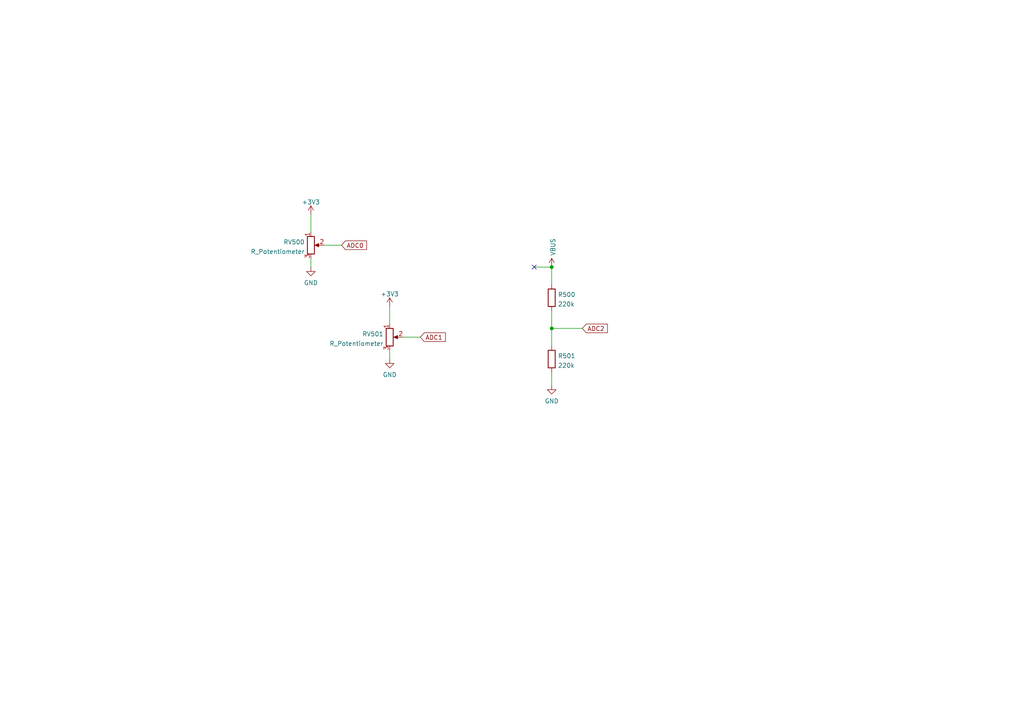
<source format=kicad_sch>
(kicad_sch (version 20211123) (generator eeschema)
  (paper "A4")
  (lib_symbols
    (symbol "Device:R" (pin_numbers hide) (pin_names (offset 0))
      (property "Reference" "R" (at 2.032 0 90))
      (property "Value" "R" (at 0 0 90))
      (symbol "R_0_1"
        (rectangle (start -1.016 -2.54) (end 1.016 2.54) (stroke (width 0.254)))
      )
      (symbol "R_1_1"
        (pin passive line (at 0 3.81 270) (length 1.27) (name "~") (number "1"))
        (pin passive line (at 0 -3.81 90) (length 1.27) (name "~") (number "2"))
      )
    )
    (symbol "Device:R_Potentiometer" (pin_names (offset 1.016) hide)
      (property "Reference" "RV" (at -4.445 0 90))
      (property "Value" "R_Potentiometer" (at -2.54 0 90))
      (symbol "R_Potentiometer_0_1"
        (polyline (pts (xy 2.54 0) (xy 1.524 0)))
        (polyline (pts (xy 1.143 0) (xy 2.286 0.508) (xy 2.286 -0.508) (xy 1.143 0)) (fill (type outline)))
        (rectangle (start 1.016 2.54) (end -1.016 -2.54) (stroke (width 0.254)))
      )
      (symbol "R_Potentiometer_1_1"
        (pin passive line (at 0 3.81 270) (length 1.27) (name "1") (number "1"))
        (pin passive line (at 3.81 0 180) (length 1.27) (name "2") (number "2"))
        (pin passive line (at 0 -3.81 90) (length 1.27) (name "3") (number "3"))
      )
    )
    (symbol "power:+3V3" (power) (pin_names (offset 0))
      (property "Value" "+3V3" (at 0 3.556 0))
      (symbol "+3V3_0_1"
        (polyline (pts (xy -0.762 1.27) (xy 0 2.54)))
        (polyline (pts (xy 0 0) (xy 0 2.54)))
        (polyline (pts (xy 0 2.54) (xy 0.762 1.27)))
      )
      (symbol "+3V3_1_1"
        (pin power_in line (at 0 0 90) (length 0) hide (name "+3V3") (number "1"))
      )
    )
    (symbol "power:GND" (power) (pin_names (offset 0))
      (property "Value" "GND" (at 0 -3.81 0))
      (symbol "GND_0_1"
        (polyline (pts (xy 0 0) (xy 0 -1.27) (xy 1.27 -1.27) (xy 0 -2.54) (xy -1.27 -1.27) (xy 0 -1.27)))
      )
      (symbol "GND_1_1"
        (pin power_in line (at 0 0 270) (length 0) hide (name "GND") (number "1"))
      )
    )
    (symbol "power:VBUS" (power) (pin_names (offset 0))
      (property "Value" "VBUS" (at 0 3.81 0))
      (symbol "VBUS_0_1"
        (polyline (pts (xy -0.762 1.27) (xy 0 2.54)))
        (polyline (pts (xy 0 0) (xy 0 2.54)))
        (polyline (pts (xy 0 2.54) (xy 0.762 1.27)))
      )
      (symbol "VBUS_1_1"
        (pin power_in line (at 0 0 90) (length 0) hide (name "VBUS") (number "1"))
      )
    )
  )
  (junction (at 160.02 95.25))
  (junction (at 160.02 77.47))
  (no_connect (at 154.94 77.47))
  (wire (pts (xy 160.02 95.25) (xy 160.02 100.33)))
  (wire (pts (xy 113.03 101.6) (xy 113.03 104.14)))
  (wire (pts (xy 154.94 77.47) (xy 160.02 77.47)))
  (wire (pts (xy 113.03 88.9) (xy 113.03 93.98)))
  (wire (pts (xy 116.84 97.79) (xy 121.92 97.79)))
  (wire (pts (xy 160.02 95.25) (xy 160.02 90.17)))
  (wire (pts (xy 168.91 95.25) (xy 160.02 95.25)))
  (wire (pts (xy 90.17 62.23) (xy 90.17 67.31)))
  (wire (pts (xy 160.02 77.47) (xy 160.02 82.55)))
  (wire (pts (xy 90.17 74.93) (xy 90.17 77.47)))
  (wire (pts (xy 93.98 71.12) (xy 99.06 71.12)))
  (wire (pts (xy 160.02 107.95) (xy 160.02 111.76)))
  (global_label "ADC2" (shape input) (at 168.91 95.25 0) (property "Intersheet References" "${INTERSHEET_REFS}" (effects hide)))
  (global_label "ADC0" (shape input) (at 99.06 71.12 0) (property "Intersheet References" "${INTERSHEET_REFS}" (effects hide)))
  (global_label "ADC1" (shape input) (at 121.92 97.79 0) (property "Intersheet References" "${INTERSHEET_REFS}" (effects hide)))
  (symbol (lib_id "power:VBUS") (at 160.02 77.47 0) (unit 1)
    (property "Reference" "#PWR0159" (effects hide))
    (property "Value" "VBUS" (at 160.401 74.2188 90) (effects (justify left)))
  )
  (symbol (lib_id "power:GND") (at 160.02 111.76 0) (unit 1)
    (property "Reference" "#PWR0155" (effects hide))
    (property "Value" "GND" (at 160.02 116.3225 0))
  )
  (symbol (lib_id "Device:R") (at 160.02 104.14 0) (unit 1) (in_bom no) (on_board no)
    (property "Reference" "R501" (at 161.798 103.2315 0) (effects (justify left)))
    (property "Value" "220k" (at 161.798 106.0066 0) (effects (justify left)))
    (property "Footprint" "Resistor_SMD:R_0805_2012Metric_Pad1.20x1.40mm_HandSolder" (effects hide))
  )
  (symbol (lib_id "Device:R_Potentiometer") (at 90.17 71.12 0) (unit 1)
    (property "Reference" "RV500" (at 88.3921 70.2115 0) (effects (justify right)))
    (property "Value" "R_Potentiometer" (at 88.3921 72.9866 0) (effects (justify right)))
    (property "Footprint" "Potentiometer_THT:Potentiometer_Bourns_3386F_Vertical" (effects hide))
  )
  (symbol (lib_id "Device:R") (at 160.02 86.36 0) (unit 1) (in_bom no) (on_board no)
    (property "Reference" "R500" (at 161.798 85.4515 0) (effects (justify left)))
    (property "Value" "220k" (at 161.798 88.2266 0) (effects (justify left)))
    (property "Footprint" "Resistor_SMD:R_0805_2012Metric_Pad1.20x1.40mm_HandSolder" (effects hide))
  )
  (symbol (lib_id "power:GND") (at 113.03 104.14 0) (unit 1)
    (property "Reference" "#PWR0152" (effects hide))
    (property "Value" "GND" (at 113.03 108.7025 0))
  )
  (symbol (lib_id "power:+3V3") (at 113.03 88.9 0) (unit 1)
    (property "Reference" "#PWR0150" (effects hide))
    (property "Value" "+3V3" (at 113.03 85.2955 0))
  )
  (symbol (lib_id "power:GND") (at 90.17 77.47 0) (unit 1)
    (property "Reference" "#PWR0148" (effects hide))
    (property "Value" "GND" (at 90.17 82.0325 0))
  )
  (symbol (lib_id "Device:R_Potentiometer") (at 113.03 97.79 0) (unit 1)
    (property "Reference" "RV501" (at 111.2521 96.8815 0) (effects (justify right)))
    (property "Value" "R_Potentiometer" (at 111.2521 99.6566 0) (effects (justify right)))
    (property "Footprint" "Potentiometer_THT:Potentiometer_Bourns_3386F_Vertical" (effects hide))
  )
  (symbol (lib_id "power:+3V3") (at 90.17 62.23 0) (unit 1)
    (property "Reference" "#PWR0142" (effects hide))
    (property "Value" "+3V3" (at 90.17 58.6255 0))
  )
)
</source>
